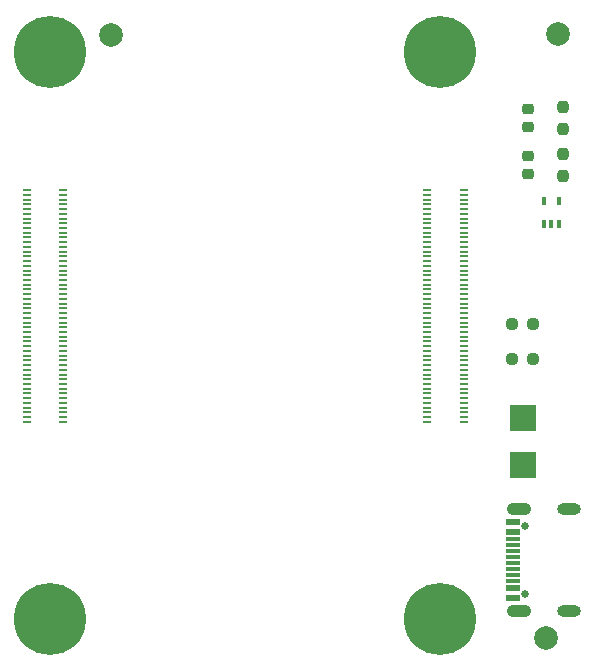
<source format=gts>
%TF.GenerationSoftware,KiCad,Pcbnew,(5.99.0-10632-g8f3343b9e3)*%
%TF.CreationDate,2021-06-08T13:19:10-04:00*%
%TF.ProjectId,rpi-cm4-LiM-board,7270692d-636d-4342-9d4c-694d2d626f61,v01*%
%TF.SameCoordinates,Original*%
%TF.FileFunction,Soldermask,Top*%
%TF.FilePolarity,Negative*%
%FSLAX46Y46*%
G04 Gerber Fmt 4.6, Leading zero omitted, Abs format (unit mm)*
G04 Created by KiCad (PCBNEW (5.99.0-10632-g8f3343b9e3)) date 2021-06-08 13:19:10*
%MOMM*%
%LPD*%
G01*
G04 APERTURE LIST*
G04 Aperture macros list*
%AMRoundRect*
0 Rectangle with rounded corners*
0 $1 Rounding radius*
0 $2 $3 $4 $5 $6 $7 $8 $9 X,Y pos of 4 corners*
0 Add a 4 corners polygon primitive as box body*
4,1,4,$2,$3,$4,$5,$6,$7,$8,$9,$2,$3,0*
0 Add four circle primitives for the rounded corners*
1,1,$1+$1,$2,$3*
1,1,$1+$1,$4,$5*
1,1,$1+$1,$6,$7*
1,1,$1+$1,$8,$9*
0 Add four rect primitives between the rounded corners*
20,1,$1+$1,$2,$3,$4,$5,0*
20,1,$1+$1,$4,$5,$6,$7,0*
20,1,$1+$1,$6,$7,$8,$9,0*
20,1,$1+$1,$8,$9,$2,$3,0*%
G04 Aperture macros list end*
%ADD10C,2.000000*%
%ADD11RoundRect,0.237500X0.250000X0.237500X-0.250000X0.237500X-0.250000X-0.237500X0.250000X-0.237500X0*%
%ADD12R,2.260600X2.311400*%
%ADD13R,0.400000X0.650000*%
%ADD14RoundRect,0.237500X-0.237500X0.250000X-0.237500X-0.250000X0.237500X-0.250000X0.237500X0.250000X0*%
%ADD15RoundRect,0.218750X-0.256250X0.218750X-0.256250X-0.218750X0.256250X-0.218750X0.256250X0.218750X0*%
%ADD16R,1.150000X0.600000*%
%ADD17R,1.150000X0.300000*%
%ADD18O,2.000000X1.000000*%
%ADD19O,2.100000X1.050000*%
%ADD20C,0.650000*%
%ADD21C,6.100000*%
%ADD22R,0.700000X0.200000*%
G04 APERTURE END LIST*
D10*
%TO.C,REF\u002A\u002A*%
X135128000Y-80518000D03*
%TD*%
D11*
%TO.C,R4*%
X170912500Y-108000000D03*
X169087500Y-108000000D03*
%TD*%
D10*
%TO.C,REF\u002A\u002A*%
X171958000Y-131572000D03*
%TD*%
D12*
%TO.C,CR1*%
X170000000Y-116993900D03*
X170000000Y-113006100D03*
%TD*%
D13*
%TO.C,U1*%
X171773750Y-96526250D03*
X172423750Y-96526250D03*
X173073750Y-96526250D03*
X173073750Y-94626250D03*
X171773750Y-94626250D03*
%TD*%
D14*
%TO.C,R2*%
X173423750Y-86663750D03*
X173423750Y-88488750D03*
%TD*%
D15*
%TO.C,D2*%
X170423750Y-90788750D03*
X170423750Y-92363750D03*
%TD*%
D16*
%TO.C,J2*%
X169145000Y-128200000D03*
X169145000Y-127400000D03*
D17*
X169145000Y-126250000D03*
X169145000Y-125250000D03*
X169145000Y-124750000D03*
X169145000Y-123750000D03*
D16*
X169145000Y-121800000D03*
X169145000Y-122600000D03*
D17*
X169145000Y-123250000D03*
X169145000Y-124250000D03*
X169145000Y-125750000D03*
X169145000Y-126750000D03*
D18*
X173900000Y-129320000D03*
X173900000Y-120680000D03*
D19*
X169720000Y-129320000D03*
X169720000Y-120680000D03*
D20*
X170220000Y-122110000D03*
X170220000Y-127890000D03*
%TD*%
D15*
%TO.C,D1*%
X170423750Y-86788750D03*
X170423750Y-88363750D03*
%TD*%
D11*
%TO.C,R1*%
X170912500Y-105000000D03*
X169087500Y-105000000D03*
%TD*%
D14*
%TO.C,R6*%
X173423750Y-90663750D03*
X173423750Y-92488750D03*
%TD*%
D10*
%TO.C,REF\u002A\u002A*%
X173000000Y-80500000D03*
%TD*%
D21*
%TO.C,Module1*%
X163000000Y-82000000D03*
X130000000Y-130000000D03*
X130000000Y-82000000D03*
X163000000Y-130000000D03*
D22*
X165000000Y-113300000D03*
X161920000Y-113300000D03*
X165000000Y-112900000D03*
X161920000Y-112900000D03*
X165000000Y-112500000D03*
X161920000Y-112500000D03*
X165000000Y-112100000D03*
X161920000Y-112100000D03*
X165000000Y-111700000D03*
X161920000Y-111700000D03*
X165000000Y-111300000D03*
X161920000Y-111300000D03*
X165000000Y-110900000D03*
X161920000Y-110900000D03*
X165000000Y-110500000D03*
X161920000Y-110500000D03*
X165000000Y-110100000D03*
X161920000Y-110100000D03*
X165000000Y-109700000D03*
X161920000Y-109700000D03*
X165000000Y-109300000D03*
X161920000Y-109300000D03*
X165000000Y-108900000D03*
X161920000Y-108900000D03*
X165000000Y-108500000D03*
X161920000Y-108500000D03*
X165000000Y-108100000D03*
X161920000Y-108100000D03*
X165000000Y-107700000D03*
X161920000Y-107700000D03*
X165000000Y-107300000D03*
X161920000Y-107300000D03*
X165000000Y-106900000D03*
X161920000Y-106900000D03*
X165000000Y-106500000D03*
X161920000Y-106500000D03*
X165000000Y-106100000D03*
X161920000Y-106100000D03*
X165000000Y-105700000D03*
X161920000Y-105700000D03*
X165000000Y-105300000D03*
X161920000Y-105300000D03*
X165000000Y-104900000D03*
X161920000Y-104900000D03*
X165000000Y-104500000D03*
X161920000Y-104500000D03*
X165000000Y-104100000D03*
X161920000Y-104100000D03*
X165000000Y-103700000D03*
X161920000Y-103700000D03*
X165000000Y-103300000D03*
X161920000Y-103300000D03*
X165000000Y-102900000D03*
X161920000Y-102900000D03*
X165000000Y-102500000D03*
X161920000Y-102500000D03*
X165000000Y-102100000D03*
X161920000Y-102100000D03*
X165000000Y-101700000D03*
X161920000Y-101700000D03*
X165000000Y-101300000D03*
X161920000Y-101300000D03*
X165000000Y-100900000D03*
X161920000Y-100900000D03*
X165000000Y-100500000D03*
X161920000Y-100500000D03*
X165000000Y-100100000D03*
X161920000Y-100100000D03*
X165000000Y-99700000D03*
X161920000Y-99700000D03*
X165000000Y-99300000D03*
X161920000Y-99300000D03*
X165000000Y-98900000D03*
X161920000Y-98900000D03*
X165000000Y-98500000D03*
X161920000Y-98500000D03*
X165000000Y-98100000D03*
X161920000Y-98100000D03*
X165000000Y-97700000D03*
X161920000Y-97700000D03*
X165000000Y-97300000D03*
X161920000Y-97300000D03*
X165000000Y-96900000D03*
X161920000Y-96900000D03*
X165000000Y-96500000D03*
X161920000Y-96500000D03*
X165000000Y-96100000D03*
X161920000Y-96100000D03*
X165000000Y-95700000D03*
X161920000Y-95700000D03*
X165000000Y-95300000D03*
X161920000Y-95300000D03*
X165000000Y-94900000D03*
X161920000Y-94900000D03*
X165000000Y-94500000D03*
X161920000Y-94500000D03*
X165000000Y-94100000D03*
X161920000Y-94100000D03*
X165000000Y-93700000D03*
X161920000Y-93700000D03*
X131080000Y-113300000D03*
X128000000Y-113300000D03*
X131080000Y-112900000D03*
X128000000Y-112900000D03*
X131080000Y-112500000D03*
X128000000Y-112500000D03*
X131080000Y-112100000D03*
X128000000Y-112100000D03*
X131080000Y-111700000D03*
X128000000Y-111700000D03*
X131080000Y-111300000D03*
X128000000Y-111300000D03*
X131080000Y-110900000D03*
X128000000Y-110900000D03*
X131080000Y-110500000D03*
X128000000Y-110500000D03*
X131080000Y-110100000D03*
X128000000Y-110100000D03*
X131080000Y-109700000D03*
X128000000Y-109700000D03*
X131080000Y-109300000D03*
X128000000Y-109300000D03*
X131080000Y-108900000D03*
X128000000Y-108900000D03*
X131080000Y-108500000D03*
X128000000Y-108500000D03*
X131080000Y-108100000D03*
X128000000Y-108100000D03*
X131080000Y-107700000D03*
X128000000Y-107700000D03*
X131080000Y-107300000D03*
X128000000Y-107300000D03*
X131080000Y-106900000D03*
X128000000Y-106900000D03*
X131080000Y-106500000D03*
X128000000Y-106500000D03*
X131080000Y-106100000D03*
X128000000Y-106100000D03*
X131080000Y-105700000D03*
X128000000Y-105700000D03*
X131080000Y-105300000D03*
X128000000Y-105300000D03*
X131080000Y-104900000D03*
X128000000Y-104900000D03*
X131080000Y-104500000D03*
X128000000Y-104500000D03*
X131080000Y-104100000D03*
X128000000Y-104100000D03*
X131080000Y-103700000D03*
X128000000Y-103700000D03*
X131080000Y-103300000D03*
X128000000Y-103300000D03*
X131080000Y-102900000D03*
X128000000Y-102900000D03*
X131080000Y-102500000D03*
X128000000Y-102500000D03*
X131080000Y-102100000D03*
X128000000Y-102100000D03*
X131080000Y-101700000D03*
X128000000Y-101700000D03*
X131080000Y-101300000D03*
X128000000Y-101300000D03*
X131080000Y-100900000D03*
X128000000Y-100900000D03*
X131080000Y-100500000D03*
X128000000Y-100500000D03*
X131080000Y-100100000D03*
X128000000Y-100100000D03*
X131080000Y-99700000D03*
X128000000Y-99700000D03*
X131080000Y-99300000D03*
X128000000Y-99300000D03*
X131080000Y-98900000D03*
X128000000Y-98900000D03*
X131080000Y-98500000D03*
X128000000Y-98500000D03*
X131080000Y-98100000D03*
X128000000Y-98100000D03*
X131080000Y-97700000D03*
X128000000Y-97700000D03*
X131080000Y-97300000D03*
X128000000Y-97300000D03*
X131080000Y-96900000D03*
X128000000Y-96900000D03*
X131080000Y-96500000D03*
X128000000Y-96500000D03*
X131080000Y-96100000D03*
X128000000Y-96100000D03*
X131080000Y-95700000D03*
X128000000Y-95700000D03*
X131080000Y-95300000D03*
X128000000Y-95300000D03*
X131080000Y-94900000D03*
X128000000Y-94900000D03*
X131080000Y-94500000D03*
X128000000Y-94500000D03*
X131080000Y-94100000D03*
X128000000Y-94100000D03*
X131080000Y-93700000D03*
X128000000Y-93700000D03*
%TD*%
M02*

</source>
